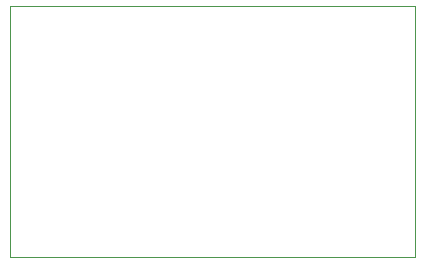
<source format=gbr>
G04 EAGLE Gerber X2 export*
G04 #@! %TF.Part,Single*
G04 #@! %TF.FileFunction,Profile,NP*
G04 #@! %TF.FilePolarity,Positive*
G04 #@! %TF.GenerationSoftware,Autodesk,EAGLE,9.0.0*
G04 #@! %TF.CreationDate,2019-08-08T19:13:13Z*
G75*
%MOMM*%
%FSLAX34Y34*%
%LPD*%
%AMOC8*
5,1,8,0,0,1.08239X$1,22.5*%
G01*
%ADD10C,0.000000*%


D10*
X25400Y0D02*
X368100Y0D01*
X368100Y212600D01*
X25400Y212600D01*
X25400Y0D01*
M02*

</source>
